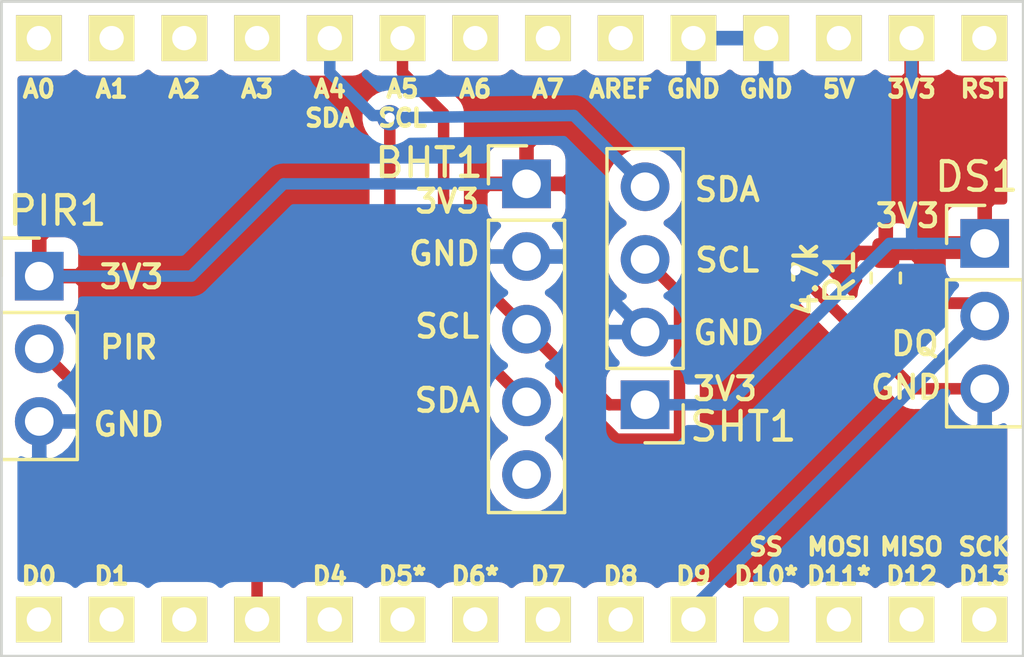
<source format=kicad_pcb>
(kicad_pcb (version 20171130) (host pcbnew 5.1.5)

  (general
    (thickness 1.6)
    (drawings 19)
    (tracks 62)
    (zones 0)
    (modules 6)
    (nets 29)
  )

  (page A4)
  (layers
    (0 F.Cu signal hide)
    (31 B.Cu signal hide)
    (32 B.Adhes user)
    (33 F.Adhes user)
    (34 B.Paste user)
    (35 F.Paste user)
    (36 B.SilkS user)
    (37 F.SilkS user)
    (38 B.Mask user)
    (39 F.Mask user)
    (40 Dwgs.User user)
    (41 Cmts.User user)
    (42 Eco1.User user)
    (43 Eco2.User user)
    (44 Edge.Cuts user)
  )

  (setup
    (last_trace_width 0.4)
    (user_trace_width 6)
    (trace_clearance 0.1524)
    (zone_clearance 0.508)
    (zone_45_only no)
    (trace_min 0.1524)
    (via_size 0.889)
    (via_drill 0.35)
    (via_min_size 0.6)
    (via_min_drill 0.35)
    (uvia_size 0.508)
    (uvia_drill 0.127)
    (uvias_allowed no)
    (uvia_min_size 0.508)
    (uvia_min_drill 0.127)
    (edge_width 0.1)
    (segment_width 0.2)
    (pcb_text_width 0.3)
    (pcb_text_size 1.5 1.5)
    (mod_edge_width 0.05)
    (mod_text_size 1 1)
    (mod_text_width 0.15)
    (pad_size 1.524 1.524)
    (pad_drill 0.762)
    (pad_to_mask_clearance 0)
    (aux_axis_origin 0 0)
    (visible_elements FFFFFF7F)
    (pcbplotparams
      (layerselection 0x010fc_ffffffff)
      (usegerberextensions false)
      (usegerberattributes false)
      (usegerberadvancedattributes false)
      (creategerberjobfile false)
      (excludeedgelayer true)
      (linewidth 0.100000)
      (plotframeref false)
      (viasonmask false)
      (mode 1)
      (useauxorigin false)
      (hpglpennumber 1)
      (hpglpenspeed 20)
      (hpglpendiameter 15.000000)
      (psnegative false)
      (psa4output false)
      (plotreference true)
      (plotvalue true)
      (plotinvisibletext false)
      (padsonsilk false)
      (subtractmaskfromsilk false)
      (outputformat 1)
      (mirror false)
      (drillshape 1)
      (scaleselection 1)
      (outputdirectory ""))
  )

  (net 0 "")
  (net 1 3V3)
  (net 2 GND)
  (net 3 /SCL)
  (net 4 /SDA)
  (net 5 /DS)
  (net 6 /PIR)
  (net 7 "Net-(U3-Pad1)")
  (net 8 "Net-(U3-Pad2)")
  (net 9 "Net-(U3-Pad3)")
  (net 10 "Net-(U3-Pad5)")
  (net 11 "Net-(U3-Pad6)")
  (net 12 "Net-(U3-Pad7)")
  (net 13 "Net-(U3-Pad8)")
  (net 14 "Net-(U3-Pad9)")
  (net 15 "Net-(U3-Pad11)")
  (net 16 "Net-(U3-Pad12)")
  (net 17 "Net-(U3-Pad13)")
  (net 18 "Net-(U3-Pad14)")
  (net 19 "Net-(U3-Pad15)")
  (net 20 "Net-(U3-Pad16)")
  (net 21 "Net-(U3-Pad17)")
  (net 22 "Net-(U3-Pad18)")
  (net 23 "Net-(U3-Pad21)")
  (net 24 "Net-(U3-Pad22)")
  (net 25 "Net-(U3-Pad23)")
  (net 26 +5V)
  (net 27 "Net-(U3-Pad28)")
  (net 28 "Net-(BHT1-Pad5)")

  (net_class Default "This is the default net class."
    (clearance 0.1524)
    (trace_width 0.4)
    (via_dia 0.889)
    (via_drill 0.35)
    (uvia_dia 0.508)
    (uvia_drill 0.127)
    (add_net +5V)
    (add_net /DS)
    (add_net /PIR)
    (add_net /SCL)
    (add_net /SDA)
    (add_net 3V3)
    (add_net GND)
    (add_net "Net-(BHT1-Pad5)")
    (add_net "Net-(U3-Pad1)")
    (add_net "Net-(U3-Pad11)")
    (add_net "Net-(U3-Pad12)")
    (add_net "Net-(U3-Pad13)")
    (add_net "Net-(U3-Pad14)")
    (add_net "Net-(U3-Pad15)")
    (add_net "Net-(U3-Pad16)")
    (add_net "Net-(U3-Pad17)")
    (add_net "Net-(U3-Pad18)")
    (add_net "Net-(U3-Pad2)")
    (add_net "Net-(U3-Pad21)")
    (add_net "Net-(U3-Pad22)")
    (add_net "Net-(U3-Pad23)")
    (add_net "Net-(U3-Pad28)")
    (add_net "Net-(U3-Pad3)")
    (add_net "Net-(U3-Pad5)")
    (add_net "Net-(U3-Pad6)")
    (add_net "Net-(U3-Pad7)")
    (add_net "Net-(U3-Pad8)")
    (add_net "Net-(U3-Pad9)")
  )

  (module Connector_PinHeader_2.54mm:PinHeader_1x05_P2.54mm_Vertical (layer F.Cu) (tedit 59FED5CC) (tstamp 5DE94B98)
    (at 129.5654 76.8858)
    (descr "Through hole straight pin header, 1x05, 2.54mm pitch, single row")
    (tags "Through hole pin header THT 1x05 2.54mm single row")
    (path /5DEAA558)
    (fp_text reference BHT1 (at -3.4036 -0.7366) (layer F.SilkS)
      (effects (font (size 1 1) (thickness 0.15)))
    )
    (fp_text value BH1750/TSL2561 (at 0 12.49) (layer F.Fab)
      (effects (font (size 1 1) (thickness 0.15)))
    )
    (fp_line (start -0.635 -1.27) (end 1.27 -1.27) (layer F.Fab) (width 0.1))
    (fp_line (start 1.27 -1.27) (end 1.27 11.43) (layer F.Fab) (width 0.1))
    (fp_line (start 1.27 11.43) (end -1.27 11.43) (layer F.Fab) (width 0.1))
    (fp_line (start -1.27 11.43) (end -1.27 -0.635) (layer F.Fab) (width 0.1))
    (fp_line (start -1.27 -0.635) (end -0.635 -1.27) (layer F.Fab) (width 0.1))
    (fp_line (start -1.33 11.49) (end 1.33 11.49) (layer F.SilkS) (width 0.12))
    (fp_line (start -1.33 1.27) (end -1.33 11.49) (layer F.SilkS) (width 0.12))
    (fp_line (start 1.33 1.27) (end 1.33 11.49) (layer F.SilkS) (width 0.12))
    (fp_line (start -1.33 1.27) (end 1.33 1.27) (layer F.SilkS) (width 0.12))
    (fp_line (start -1.33 0) (end -1.33 -1.33) (layer F.SilkS) (width 0.12))
    (fp_line (start -1.33 -1.33) (end 0 -1.33) (layer F.SilkS) (width 0.12))
    (fp_line (start -1.8 -1.8) (end -1.8 11.95) (layer F.CrtYd) (width 0.05))
    (fp_line (start -1.8 11.95) (end 1.8 11.95) (layer F.CrtYd) (width 0.05))
    (fp_line (start 1.8 11.95) (end 1.8 -1.8) (layer F.CrtYd) (width 0.05))
    (fp_line (start 1.8 -1.8) (end -1.8 -1.8) (layer F.CrtYd) (width 0.05))
    (fp_text user %R (at 0 5.08 90) (layer F.Fab)
      (effects (font (size 1 1) (thickness 0.15)))
    )
    (pad 1 thru_hole rect (at 0 0) (size 1.7 1.7) (drill 1) (layers *.Cu *.Mask)
      (net 1 3V3))
    (pad 2 thru_hole oval (at 0 2.54) (size 1.7 1.7) (drill 1) (layers *.Cu *.Mask)
      (net 2 GND))
    (pad 3 thru_hole oval (at 0 5.08) (size 1.7 1.7) (drill 1) (layers *.Cu *.Mask)
      (net 3 /SCL))
    (pad 4 thru_hole oval (at 0 7.62) (size 1.7 1.7) (drill 1) (layers *.Cu *.Mask)
      (net 4 /SDA))
    (pad 5 thru_hole oval (at 0 10.16) (size 1.7 1.7) (drill 1) (layers *.Cu *.Mask)
      (net 28 "Net-(BHT1-Pad5)"))
    (model ${KISYS3DMOD}/Connector_PinHeader_2.54mm.3dshapes/PinHeader_1x05_P2.54mm_Vertical.wrl
      (at (xyz 0 0 0))
      (scale (xyz 1 1 1))
      (rotate (xyz 0 0 0))
    )
  )

  (module Connector_PinHeader_2.54mm:PinHeader_1x04_P2.54mm_Vertical (layer F.Cu) (tedit 59FED5CC) (tstamp 5DE94863)
    (at 133.7056 84.6074 180)
    (descr "Through hole straight pin header, 1x04, 2.54mm pitch, single row")
    (tags "Through hole pin header THT 1x04 2.54mm single row")
    (path /5DEAF8A6)
    (fp_text reference SHT1 (at -3.429 -0.762) (layer F.SilkS)
      (effects (font (size 1 1) (thickness 0.15)))
    )
    (fp_text value SHT21/BME280 (at 0 9.95) (layer F.Fab)
      (effects (font (size 1 1) (thickness 0.15)))
    )
    (fp_line (start -0.635 -1.27) (end 1.27 -1.27) (layer F.Fab) (width 0.1))
    (fp_line (start 1.27 -1.27) (end 1.27 8.89) (layer F.Fab) (width 0.1))
    (fp_line (start 1.27 8.89) (end -1.27 8.89) (layer F.Fab) (width 0.1))
    (fp_line (start -1.27 8.89) (end -1.27 -0.635) (layer F.Fab) (width 0.1))
    (fp_line (start -1.27 -0.635) (end -0.635 -1.27) (layer F.Fab) (width 0.1))
    (fp_line (start -1.33 8.95) (end 1.33 8.95) (layer F.SilkS) (width 0.12))
    (fp_line (start -1.33 1.27) (end -1.33 8.95) (layer F.SilkS) (width 0.12))
    (fp_line (start 1.33 1.27) (end 1.33 8.95) (layer F.SilkS) (width 0.12))
    (fp_line (start -1.33 1.27) (end 1.33 1.27) (layer F.SilkS) (width 0.12))
    (fp_line (start -1.33 0) (end -1.33 -1.33) (layer F.SilkS) (width 0.12))
    (fp_line (start -1.33 -1.33) (end 0 -1.33) (layer F.SilkS) (width 0.12))
    (fp_line (start -1.8 -1.8) (end -1.8 9.4) (layer F.CrtYd) (width 0.05))
    (fp_line (start -1.8 9.4) (end 1.8 9.4) (layer F.CrtYd) (width 0.05))
    (fp_line (start 1.8 9.4) (end 1.8 -1.8) (layer F.CrtYd) (width 0.05))
    (fp_line (start 1.8 -1.8) (end -1.8 -1.8) (layer F.CrtYd) (width 0.05))
    (fp_text user %R (at 0 3.81 90) (layer F.Fab)
      (effects (font (size 1 1) (thickness 0.15)))
    )
    (pad 1 thru_hole rect (at 0 0 180) (size 1.7 1.7) (drill 1) (layers *.Cu *.Mask)
      (net 1 3V3))
    (pad 2 thru_hole oval (at 0 2.54 180) (size 1.7 1.7) (drill 1) (layers *.Cu *.Mask)
      (net 2 GND))
    (pad 3 thru_hole oval (at 0 5.08 180) (size 1.7 1.7) (drill 1) (layers *.Cu *.Mask)
      (net 3 /SCL))
    (pad 4 thru_hole oval (at 0 7.62 180) (size 1.7 1.7) (drill 1) (layers *.Cu *.Mask)
      (net 4 /SDA))
    (model ${KISYS3DMOD}/Connector_PinHeader_2.54mm.3dshapes/PinHeader_1x04_P2.54mm_Vertical.wrl
      (at (xyz 0 0 0))
      (scale (xyz 1 1 1))
      (rotate (xyz 0 0 0))
    )
  )

  (module Connector_PinHeader_2.54mm:PinHeader_1x03_P2.54mm_Vertical (layer F.Cu) (tedit 59FED5CC) (tstamp 5DE94F36)
    (at 145.5674 78.9686)
    (descr "Through hole straight pin header, 1x03, 2.54mm pitch, single row")
    (tags "Through hole pin header THT 1x03 2.54mm single row")
    (path /5DEB342A)
    (fp_text reference DS1 (at -0.2794 -2.33) (layer F.SilkS)
      (effects (font (size 1 1) (thickness 0.15)))
    )
    (fp_text value DS18B20 (at 0 7.41) (layer F.Fab)
      (effects (font (size 1 1) (thickness 0.15)))
    )
    (fp_text user %R (at 0 2.54 90) (layer F.Fab)
      (effects (font (size 1 1) (thickness 0.15)))
    )
    (fp_line (start 1.8 -1.8) (end -1.8 -1.8) (layer F.CrtYd) (width 0.05))
    (fp_line (start 1.8 6.85) (end 1.8 -1.8) (layer F.CrtYd) (width 0.05))
    (fp_line (start -1.8 6.85) (end 1.8 6.85) (layer F.CrtYd) (width 0.05))
    (fp_line (start -1.8 -1.8) (end -1.8 6.85) (layer F.CrtYd) (width 0.05))
    (fp_line (start -1.33 -1.33) (end 0 -1.33) (layer F.SilkS) (width 0.12))
    (fp_line (start -1.33 0) (end -1.33 -1.33) (layer F.SilkS) (width 0.12))
    (fp_line (start -1.33 1.27) (end 1.33 1.27) (layer F.SilkS) (width 0.12))
    (fp_line (start 1.33 1.27) (end 1.33 6.41) (layer F.SilkS) (width 0.12))
    (fp_line (start -1.33 1.27) (end -1.33 6.41) (layer F.SilkS) (width 0.12))
    (fp_line (start -1.33 6.41) (end 1.33 6.41) (layer F.SilkS) (width 0.12))
    (fp_line (start -1.27 -0.635) (end -0.635 -1.27) (layer F.Fab) (width 0.1))
    (fp_line (start -1.27 6.35) (end -1.27 -0.635) (layer F.Fab) (width 0.1))
    (fp_line (start 1.27 6.35) (end -1.27 6.35) (layer F.Fab) (width 0.1))
    (fp_line (start 1.27 -1.27) (end 1.27 6.35) (layer F.Fab) (width 0.1))
    (fp_line (start -0.635 -1.27) (end 1.27 -1.27) (layer F.Fab) (width 0.1))
    (pad 3 thru_hole oval (at 0 5.08) (size 1.7 1.7) (drill 1) (layers *.Cu *.Mask)
      (net 2 GND))
    (pad 2 thru_hole oval (at 0 2.54) (size 1.7 1.7) (drill 1) (layers *.Cu *.Mask)
      (net 5 /DS))
    (pad 1 thru_hole rect (at 0 0) (size 1.7 1.7) (drill 1) (layers *.Cu *.Mask)
      (net 1 3V3))
    (model ${KISYS3DMOD}/Connector_PinHeader_2.54mm.3dshapes/PinHeader_1x03_P2.54mm_Vertical.wrl
      (at (xyz 0 0 0))
      (scale (xyz 1 1 1))
      (rotate (xyz 0 0 0))
    )
  )

  (module Connector_PinHeader_2.54mm:PinHeader_1x03_P2.54mm_Vertical (layer F.Cu) (tedit 59FED5CC) (tstamp 5DE94891)
    (at 112.5474 80.1116)
    (descr "Through hole straight pin header, 1x03, 2.54mm pitch, single row")
    (tags "Through hole pin header THT 1x03 2.54mm single row")
    (path /5453E551)
    (fp_text reference PIR1 (at 0.635 -2.286) (layer F.SilkS)
      (effects (font (size 1 1) (thickness 0.15)))
    )
    (fp_text value PIR (at 0 7.41) (layer F.Fab)
      (effects (font (size 1 1) (thickness 0.15)))
    )
    (fp_line (start -0.635 -1.27) (end 1.27 -1.27) (layer F.Fab) (width 0.1))
    (fp_line (start 1.27 -1.27) (end 1.27 6.35) (layer F.Fab) (width 0.1))
    (fp_line (start 1.27 6.35) (end -1.27 6.35) (layer F.Fab) (width 0.1))
    (fp_line (start -1.27 6.35) (end -1.27 -0.635) (layer F.Fab) (width 0.1))
    (fp_line (start -1.27 -0.635) (end -0.635 -1.27) (layer F.Fab) (width 0.1))
    (fp_line (start -1.33 6.41) (end 1.33 6.41) (layer F.SilkS) (width 0.12))
    (fp_line (start -1.33 1.27) (end -1.33 6.41) (layer F.SilkS) (width 0.12))
    (fp_line (start 1.33 1.27) (end 1.33 6.41) (layer F.SilkS) (width 0.12))
    (fp_line (start -1.33 1.27) (end 1.33 1.27) (layer F.SilkS) (width 0.12))
    (fp_line (start -1.33 0) (end -1.33 -1.33) (layer F.SilkS) (width 0.12))
    (fp_line (start -1.33 -1.33) (end 0 -1.33) (layer F.SilkS) (width 0.12))
    (fp_line (start -1.8 -1.8) (end -1.8 6.85) (layer F.CrtYd) (width 0.05))
    (fp_line (start -1.8 6.85) (end 1.8 6.85) (layer F.CrtYd) (width 0.05))
    (fp_line (start 1.8 6.85) (end 1.8 -1.8) (layer F.CrtYd) (width 0.05))
    (fp_line (start 1.8 -1.8) (end -1.8 -1.8) (layer F.CrtYd) (width 0.05))
    (fp_text user %R (at 0 2.54 90) (layer F.Fab)
      (effects (font (size 1 1) (thickness 0.15)))
    )
    (pad 1 thru_hole rect (at 0 0) (size 1.7 1.7) (drill 1) (layers *.Cu *.Mask)
      (net 1 3V3))
    (pad 2 thru_hole oval (at 0 2.54) (size 1.7 1.7) (drill 1) (layers *.Cu *.Mask)
      (net 6 /PIR))
    (pad 3 thru_hole oval (at 0 5.08) (size 1.7 1.7) (drill 1) (layers *.Cu *.Mask)
      (net 2 GND))
    (model ${KISYS3DMOD}/Connector_PinHeader_2.54mm.3dshapes/PinHeader_1x03_P2.54mm_Vertical.wrl
      (at (xyz 0 0 0))
      (scale (xyz 1 1 1))
      (rotate (xyz 0 0 0))
    )
  )

  (module mylib:TINY328_CONN (layer F.Cu) (tedit 5537E2DA) (tstamp 5DE958FF)
    (at 129.0446 81.953)
    (path /5454C609)
    (fp_text reference U3 (at 0 -2.54) (layer F.SilkS) hide
      (effects (font (size 1 1) (thickness 0.15)))
    )
    (fp_text value TINY328 (at 0 0) (layer F.SilkS) hide
      (effects (font (size 1 1) (thickness 0.15)))
    )
    (fp_text user SCL (at -3.81 -7.366) (layer F.SilkS)
      (effects (font (size 0.6 0.6) (thickness 0.15)))
    )
    (fp_text user SDA (at -6.35 -7.366) (layer F.SilkS)
      (effects (font (size 0.6 0.6) (thickness 0.15)))
    )
    (fp_text user INT1 (at -8.89 7.62) (layer F.SilkS) hide
      (effects (font (size 0.6 0.6) (thickness 0.15)))
    )
    (fp_text user INT0 (at -11.43 7.62) (layer F.SilkS) hide
      (effects (font (size 0.6 0.6) (thickness 0.15)))
    )
    (fp_text user SCK (at 16.51 7.62) (layer F.SilkS)
      (effects (font (size 0.6 0.6) (thickness 0.15)))
    )
    (fp_text user MISO (at 13.97 7.62) (layer F.SilkS)
      (effects (font (size 0.6 0.6) (thickness 0.15)))
    )
    (fp_text user MOSI (at 11.43 7.62) (layer F.SilkS)
      (effects (font (size 0.6 0.6) (thickness 0.15)))
    )
    (fp_text user SS (at 8.89 7.62) (layer F.SilkS)
      (effects (font (size 0.6 0.6) (thickness 0.15)))
    )
    (fp_text user RST (at 16.51 -8.382) (layer F.SilkS)
      (effects (font (size 0.6 0.6) (thickness 0.15)))
    )
    (fp_text user 3V3 (at 13.97 -8.382) (layer F.SilkS)
      (effects (font (size 0.6 0.6) (thickness 0.15)))
    )
    (fp_text user 5V (at 11.43 -8.382) (layer F.SilkS)
      (effects (font (size 0.6 0.6) (thickness 0.15)))
    )
    (fp_text user GND (at 8.89 -8.382) (layer F.SilkS)
      (effects (font (size 0.6 0.6) (thickness 0.15)))
    )
    (fp_text user GND (at 6.35 -8.382) (layer F.SilkS)
      (effects (font (size 0.6 0.6) (thickness 0.15)))
    )
    (fp_text user AREF (at 3.81 -8.382) (layer F.SilkS)
      (effects (font (size 0.6 0.6) (thickness 0.15)))
    )
    (fp_text user A7 (at 1.27 -8.382) (layer F.SilkS)
      (effects (font (size 0.6 0.6) (thickness 0.15)))
    )
    (fp_text user A6 (at -1.27 -8.382) (layer F.SilkS)
      (effects (font (size 0.6 0.6) (thickness 0.15)))
    )
    (fp_text user A5 (at -3.81 -8.382) (layer F.SilkS)
      (effects (font (size 0.6 0.6) (thickness 0.15)))
    )
    (fp_text user A4 (at -6.35 -8.382) (layer F.SilkS)
      (effects (font (size 0.6 0.6) (thickness 0.15)))
    )
    (fp_text user A3 (at -8.89 -8.382) (layer F.SilkS)
      (effects (font (size 0.6 0.6) (thickness 0.15)))
    )
    (fp_text user A2 (at -11.43 -8.382) (layer F.SilkS)
      (effects (font (size 0.6 0.6) (thickness 0.15)))
    )
    (fp_text user A1 (at -13.97 -8.382) (layer F.SilkS)
      (effects (font (size 0.6 0.6) (thickness 0.15)))
    )
    (fp_text user A0 (at -16.51 -8.382) (layer F.SilkS)
      (effects (font (size 0.6 0.6) (thickness 0.15)))
    )
    (fp_text user D13 (at 16.51 8.636) (layer F.SilkS)
      (effects (font (size 0.6 0.6) (thickness 0.15)))
    )
    (fp_text user D12 (at 13.97 8.636) (layer F.SilkS)
      (effects (font (size 0.6 0.6) (thickness 0.15)))
    )
    (fp_text user D11* (at 11.43 8.636) (layer F.SilkS)
      (effects (font (size 0.6 0.6) (thickness 0.15)))
    )
    (fp_text user D10* (at 8.89 8.636) (layer F.SilkS)
      (effects (font (size 0.6 0.6) (thickness 0.15)))
    )
    (fp_text user D9 (at 6.35 8.636) (layer F.SilkS)
      (effects (font (size 0.6 0.6) (thickness 0.15)))
    )
    (fp_text user D8 (at 3.81 8.636) (layer F.SilkS)
      (effects (font (size 0.6 0.6) (thickness 0.15)))
    )
    (fp_text user D7 (at 1.27 8.636) (layer F.SilkS)
      (effects (font (size 0.6 0.6) (thickness 0.15)))
    )
    (fp_text user D6* (at -1.27 8.636) (layer F.SilkS)
      (effects (font (size 0.6 0.6) (thickness 0.15)))
    )
    (fp_text user D5* (at -3.81 8.636) (layer F.SilkS)
      (effects (font (size 0.6 0.6) (thickness 0.15)))
    )
    (fp_text user D4 (at -6.35 8.636) (layer F.SilkS)
      (effects (font (size 0.6 0.6) (thickness 0.15)))
    )
    (fp_text user D3* (at -8.89 8.636) (layer F.SilkS) hide
      (effects (font (size 0.6 0.6) (thickness 0.15)))
    )
    (fp_text user D2 (at -11.43 8.636) (layer F.SilkS) hide
      (effects (font (size 0.6 0.6) (thickness 0.15)))
    )
    (fp_text user D1 (at -13.97 8.636) (layer F.SilkS)
      (effects (font (size 0.6 0.6) (thickness 0.15)))
    )
    (fp_text user D0 (at -16.51 8.636) (layer F.SilkS)
      (effects (font (size 0.6 0.6) (thickness 0.15)))
    )
    (pad 1 thru_hole rect (at -16.51 10.16) (size 1.6 1.6) (drill 0.85) (layers *.Cu *.Mask F.SilkS)
      (net 7 "Net-(U3-Pad1)"))
    (pad 2 thru_hole rect (at -13.97 10.16) (size 1.6 1.6) (drill 0.85) (layers *.Cu *.Mask F.SilkS)
      (net 8 "Net-(U3-Pad2)"))
    (pad 3 thru_hole rect (at -11.43 10.16) (size 1.6 1.6) (drill 0.85) (layers *.Cu *.Mask F.SilkS)
      (net 9 "Net-(U3-Pad3)"))
    (pad 4 thru_hole rect (at -8.89 10.16) (size 1.6 1.6) (drill 0.85) (layers *.Cu *.Mask F.SilkS)
      (net 6 /PIR))
    (pad 5 thru_hole rect (at -6.35 10.16) (size 1.6 1.6) (drill 0.85) (layers *.Cu *.Mask F.SilkS)
      (net 10 "Net-(U3-Pad5)"))
    (pad 6 thru_hole rect (at -3.81 10.16) (size 1.6 1.6) (drill 0.85) (layers *.Cu *.Mask F.SilkS)
      (net 11 "Net-(U3-Pad6)"))
    (pad 7 thru_hole rect (at -1.27 10.16) (size 1.6 1.6) (drill 0.85) (layers *.Cu *.Mask F.SilkS)
      (net 12 "Net-(U3-Pad7)"))
    (pad 8 thru_hole rect (at 1.27 10.16) (size 1.6 1.6) (drill 0.85) (layers *.Cu *.Mask F.SilkS)
      (net 13 "Net-(U3-Pad8)"))
    (pad 9 thru_hole rect (at 3.81 10.16) (size 1.6 1.6) (drill 0.85) (layers *.Cu *.Mask F.SilkS)
      (net 14 "Net-(U3-Pad9)"))
    (pad 10 thru_hole rect (at 6.35 10.16) (size 1.6 1.6) (drill 0.85) (layers *.Cu *.Mask F.SilkS)
      (net 5 /DS))
    (pad 11 thru_hole rect (at 8.89 10.16) (size 1.6 1.6) (drill 0.85) (layers *.Cu *.Mask F.SilkS)
      (net 15 "Net-(U3-Pad11)"))
    (pad 12 thru_hole rect (at 11.43 10.16) (size 1.6 1.6) (drill 0.85) (layers *.Cu *.Mask F.SilkS)
      (net 16 "Net-(U3-Pad12)"))
    (pad 13 thru_hole rect (at 13.97 10.16) (size 1.6 1.6) (drill 0.85) (layers *.Cu *.Mask F.SilkS)
      (net 17 "Net-(U3-Pad13)"))
    (pad 14 thru_hole rect (at 16.51 10.16) (size 1.6 1.6) (drill 0.85) (layers *.Cu *.Mask F.SilkS)
      (net 18 "Net-(U3-Pad14)"))
    (pad 15 thru_hole rect (at -16.51 -10.16) (size 1.6 1.6) (drill 0.85) (layers *.Cu *.Mask F.SilkS)
      (net 19 "Net-(U3-Pad15)"))
    (pad 16 thru_hole rect (at -13.97 -10.16) (size 1.6 1.6) (drill 0.85) (layers *.Cu *.Mask F.SilkS)
      (net 20 "Net-(U3-Pad16)"))
    (pad 17 thru_hole rect (at -11.43 -10.16) (size 1.6 1.6) (drill 0.85) (layers *.Cu *.Mask F.SilkS)
      (net 21 "Net-(U3-Pad17)"))
    (pad 18 thru_hole rect (at -8.89 -10.16) (size 1.6 1.6) (drill 0.85) (layers *.Cu *.Mask F.SilkS)
      (net 22 "Net-(U3-Pad18)"))
    (pad 19 thru_hole rect (at -6.35 -10.16) (size 1.6 1.6) (drill 0.85) (layers *.Cu *.Mask F.SilkS)
      (net 4 /SDA))
    (pad 20 thru_hole rect (at -3.81 -10.16) (size 1.6 1.6) (drill 0.85) (layers *.Cu *.Mask F.SilkS)
      (net 3 /SCL))
    (pad 21 thru_hole rect (at -1.27 -10.16) (size 1.6 1.6) (drill 0.85) (layers *.Cu *.Mask F.SilkS)
      (net 23 "Net-(U3-Pad21)"))
    (pad 22 thru_hole rect (at 1.27 -10.16) (size 1.6 1.6) (drill 0.85) (layers *.Cu *.Mask F.SilkS)
      (net 24 "Net-(U3-Pad22)"))
    (pad 23 thru_hole rect (at 3.81 -10.16) (size 1.6 1.6) (drill 0.85) (layers *.Cu *.Mask F.SilkS)
      (net 25 "Net-(U3-Pad23)"))
    (pad 24 thru_hole rect (at 6.35 -10.16) (size 1.6 1.6) (drill 0.85) (layers *.Cu *.Mask F.SilkS)
      (net 2 GND))
    (pad 25 thru_hole rect (at 8.89 -10.16) (size 1.6 1.6) (drill 0.85) (layers *.Cu *.Mask F.SilkS)
      (net 2 GND))
    (pad 26 thru_hole rect (at 11.43 -10.16) (size 1.6 1.6) (drill 0.85) (layers *.Cu *.Mask F.SilkS)
      (net 26 +5V))
    (pad 27 thru_hole rect (at 13.97 -10.16) (size 1.6 1.6) (drill 0.85) (layers *.Cu *.Mask F.SilkS)
      (net 1 3V3))
    (pad 28 thru_hole rect (at 16.51 -10.16) (size 1.6 1.6) (drill 0.85) (layers *.Cu *.Mask F.SilkS)
      (net 27 "Net-(U3-Pad28)"))
  )

  (module Resistor_SMD:R_0603_1608Metric_Pad1.05x0.95mm_HandSolder (layer F.Cu) (tedit 5B301BBD) (tstamp 5DE95570)
    (at 142.113 80.1764 270)
    (descr "Resistor SMD 0603 (1608 Metric), square (rectangular) end terminal, IPC_7351 nominal with elongated pad for handsoldering. (Body size source: http://www.tortai-tech.com/upload/download/2011102023233369053.pdf), generated with kicad-footprint-generator")
    (tags "resistor handsolder")
    (path /5DE97779)
    (attr smd)
    (fp_text reference R1 (at -0.0508 1.6002 90) (layer F.SilkS)
      (effects (font (size 1 1) (thickness 0.15)))
    )
    (fp_text value 4.7k (at 0 1.43 90) (layer F.Fab)
      (effects (font (size 1 1) (thickness 0.15)))
    )
    (fp_line (start -0.8 0.4) (end -0.8 -0.4) (layer F.Fab) (width 0.1))
    (fp_line (start -0.8 -0.4) (end 0.8 -0.4) (layer F.Fab) (width 0.1))
    (fp_line (start 0.8 -0.4) (end 0.8 0.4) (layer F.Fab) (width 0.1))
    (fp_line (start 0.8 0.4) (end -0.8 0.4) (layer F.Fab) (width 0.1))
    (fp_line (start -0.171267 -0.51) (end 0.171267 -0.51) (layer F.SilkS) (width 0.12))
    (fp_line (start -0.171267 0.51) (end 0.171267 0.51) (layer F.SilkS) (width 0.12))
    (fp_line (start -1.65 0.73) (end -1.65 -0.73) (layer F.CrtYd) (width 0.05))
    (fp_line (start -1.65 -0.73) (end 1.65 -0.73) (layer F.CrtYd) (width 0.05))
    (fp_line (start 1.65 -0.73) (end 1.65 0.73) (layer F.CrtYd) (width 0.05))
    (fp_line (start 1.65 0.73) (end -1.65 0.73) (layer F.CrtYd) (width 0.05))
    (fp_text user %R (at 0 0 90) (layer F.Fab)
      (effects (font (size 0.4 0.4) (thickness 0.06)))
    )
    (pad 1 smd roundrect (at -0.875 0 270) (size 1.05 0.95) (layers F.Cu F.Paste F.Mask) (roundrect_rratio 0.25)
      (net 1 3V3))
    (pad 2 smd roundrect (at 0.875 0 270) (size 1.05 0.95) (layers F.Cu F.Paste F.Mask) (roundrect_rratio 0.25)
      (net 5 /DS))
    (model ${KISYS3DMOD}/Resistor_SMD.3dshapes/R_0603_1608Metric.wrl
      (at (xyz 0 0 0))
      (scale (xyz 1 1 1))
      (rotate (xyz 0 0 0))
    )
  )

  (gr_text DQ (at 143.129 82.4738) (layer F.SilkS) (tstamp 5DE95832)
    (effects (font (size 0.8 0.8) (thickness 0.15)))
  )
  (gr_text SDA (at 126.7968 84.455) (layer F.SilkS) (tstamp 5DE9574E)
    (effects (font (size 0.8 0.8) (thickness 0.15)))
  )
  (gr_text SDA (at 136.5758 77.089) (layer F.SilkS) (tstamp 5DE9574B)
    (effects (font (size 0.8 0.8) (thickness 0.15)))
  )
  (gr_text SCL (at 136.5758 79.5528) (layer F.SilkS) (tstamp 5DE95749)
    (effects (font (size 0.8 0.8) (thickness 0.15)))
  )
  (gr_text SCL (at 126.7968 81.8642) (layer F.SilkS) (tstamp 5DE95746)
    (effects (font (size 0.8 0.8) (thickness 0.15)))
  )
  (gr_text PIR (at 115.6716 82.6008) (layer F.SilkS) (tstamp 5DE95743)
    (effects (font (size 0.8 0.8) (thickness 0.15)))
  )
  (gr_text GND (at 115.6716 85.2932) (layer F.SilkS) (tstamp 5DE95741)
    (effects (font (size 0.8 0.8) (thickness 0.15)))
  )
  (gr_text GND (at 126.6952 79.3242) (layer F.SilkS) (tstamp 5DE9573F)
    (effects (font (size 0.8 0.8) (thickness 0.15)))
  )
  (gr_text GND (at 136.6266 82.0928) (layer F.SilkS) (tstamp 5DE9573D)
    (effects (font (size 0.8 0.8) (thickness 0.15)))
  )
  (gr_text GND (at 142.8242 83.9978) (layer F.SilkS) (tstamp 5DE9573A)
    (effects (font (size 0.8 0.8) (thickness 0.15)))
  )
  (gr_text 3V3 (at 142.875 78.0034) (layer F.SilkS) (tstamp 5DE95738)
    (effects (font (size 0.8 0.8) (thickness 0.15)))
  )
  (gr_text 4.7k (at 139.319 80.2132 90) (layer F.SilkS) (tstamp 5DE956AB)
    (effects (font (size 0.8 0.8) (thickness 0.15)))
  )
  (gr_text 3V3 (at 136.4996 84.0486) (layer F.SilkS) (tstamp 5DE956A9)
    (effects (font (size 0.8 0.8) (thickness 0.15)))
  )
  (gr_text 3V3 (at 126.7968 77.4954) (layer F.SilkS) (tstamp 5DE956A7)
    (effects (font (size 0.8 0.8) (thickness 0.15)))
  )
  (gr_text 3V3 (at 115.7732 80.137) (layer F.SilkS)
    (effects (font (size 0.8 0.8) (thickness 0.15)))
  )
  (gr_line (start 111.2266 93.3958) (end 111.2266 70.5104) (layer Edge.Cuts) (width 0.1))
  (gr_line (start 146.9136 93.3958) (end 111.2266 93.3958) (layer Edge.Cuts) (width 0.1))
  (gr_line (start 146.9136 70.5104) (end 146.9136 93.3958) (layer Edge.Cuts) (width 0.1))
  (gr_line (start 111.2266 70.5104) (end 146.9136 70.5104) (layer Edge.Cuts) (width 0.1))

  (segment (start 112.5474 80.1116) (end 117.856 80.1116) (width 0.4) (layer B.Cu) (net 1))
  (segment (start 121.0818 76.8858) (end 129.5654 76.8858) (width 0.4) (layer B.Cu) (net 1))
  (segment (start 117.856 80.1116) (end 121.0818 76.8858) (width 0.4) (layer B.Cu) (net 1))
  (segment (start 130.8154 76.8858) (end 131.6736 77.744) (width 0.4) (layer F.Cu) (net 1))
  (segment (start 129.5654 76.8858) (end 130.8154 76.8858) (width 0.4) (layer F.Cu) (net 1))
  (segment (start 132.4556 84.6074) (end 133.7056 84.6074) (width 0.4) (layer F.Cu) (net 1))
  (segment (start 131.6736 83.8254) (end 132.4556 84.6074) (width 0.4) (layer F.Cu) (net 1))
  (segment (start 131.6736 77.744) (end 131.6736 83.8254) (width 0.4) (layer F.Cu) (net 1))
  (segment (start 133.7056 84.6074) (end 136.6012 84.6074) (width 0.4) (layer B.Cu) (net 1))
  (segment (start 136.6012 84.6074) (end 142.24 78.9686) (width 0.4) (layer B.Cu) (net 1))
  (segment (start 143.1544 78.9686) (end 143.0146 78.8288) (width 0.4) (layer B.Cu) (net 1))
  (segment (start 142.24 78.9686) (end 143.1544 78.9686) (width 0.4) (layer B.Cu) (net 1))
  (segment (start 143.0146 78.8288) (end 143.0146 71.793) (width 0.4) (layer B.Cu) (net 1))
  (segment (start 143.1544 78.9686) (end 145.5674 78.9686) (width 0.4) (layer B.Cu) (net 1))
  (segment (start 145.2232 79.3128) (end 145.5674 78.9686) (width 0.4) (layer F.Cu) (net 1))
  (segment (start 143.1036 79.3128) (end 145.2232 79.3128) (width 0.4) (layer F.Cu) (net 1))
  (segment (start 145.2346 79.3014) (end 145.5674 78.9686) (width 0.4) (layer F.Cu) (net 1))
  (segment (start 142.113 79.3014) (end 145.2346 79.3014) (width 0.4) (layer F.Cu) (net 1))
  (segment (start 112.5474 85.1916) (end 117.0686 85.1916) (width 0.4) (layer B.Cu) (net 2))
  (segment (start 122.8344 79.4258) (end 129.5654 79.4258) (width 0.4) (layer B.Cu) (net 2))
  (segment (start 117.0686 85.1916) (end 122.8344 79.4258) (width 0.4) (layer B.Cu) (net 2))
  (segment (start 131.064 79.4258) (end 133.7056 82.0674) (width 0.4) (layer B.Cu) (net 2))
  (segment (start 129.5654 79.4258) (end 131.064 79.4258) (width 0.4) (layer B.Cu) (net 2))
  (segment (start 135.3946 71.793) (end 137.9346 71.793) (width 0.4) (layer F.Cu) (net 2))
  (segment (start 137.9346 72.993) (end 137.9346 71.793) (width 0.4) (layer B.Cu) (net 2))
  (segment (start 137.9346 79.040481) (end 137.9346 72.993) (width 0.4) (layer B.Cu) (net 2))
  (segment (start 134.907681 82.0674) (end 137.9346 79.040481) (width 0.4) (layer B.Cu) (net 2))
  (segment (start 133.7056 82.0674) (end 134.907681 82.0674) (width 0.4) (layer B.Cu) (net 2))
  (via (at 138.9634 79.9084) (size 0.889) (drill 0.35) (layers F.Cu B.Cu) (net 2))
  (segment (start 137.9346 79.040481) (end 138.095481 79.040481) (width 0.4) (layer B.Cu) (net 2))
  (segment (start 138.095481 79.040481) (end 138.9634 79.9084) (width 0.4) (layer B.Cu) (net 2))
  (segment (start 143.1036 84.0486) (end 145.5674 84.0486) (width 0.4) (layer F.Cu) (net 2))
  (segment (start 138.9634 79.9084) (end 143.1036 84.0486) (width 0.4) (layer F.Cu) (net 2))
  (segment (start 125.2346 72.993) (end 126.6698 74.4282) (width 0.4) (layer F.Cu) (net 3))
  (segment (start 125.2346 71.793) (end 125.2346 72.993) (width 0.4) (layer F.Cu) (net 3))
  (segment (start 126.6698 79.0702) (end 129.5654 81.9658) (width 0.4) (layer F.Cu) (net 3))
  (segment (start 126.6698 74.4282) (end 126.6698 79.0702) (width 0.4) (layer F.Cu) (net 3))
  (segment (start 130.767801 83.168201) (end 130.767801 83.879401) (width 0.4) (layer F.Cu) (net 3))
  (segment (start 129.5654 81.9658) (end 130.767801 83.168201) (width 0.4) (layer F.Cu) (net 3))
  (segment (start 134.555599 80.377399) (end 133.7056 79.5274) (width 0.4) (layer F.Cu) (net 3))
  (segment (start 134.908001 80.729801) (end 134.555599 80.377399) (width 0.4) (layer F.Cu) (net 3))
  (segment (start 134.908001 85.739321) (end 134.908001 80.729801) (width 0.4) (layer F.Cu) (net 3))
  (segment (start 132.698201 85.809801) (end 134.837521 85.809801) (width 0.4) (layer F.Cu) (net 3))
  (segment (start 134.837521 85.809801) (end 134.908001 85.739321) (width 0.4) (layer F.Cu) (net 3))
  (segment (start 130.767801 83.879401) (end 132.698201 85.809801) (width 0.4) (layer F.Cu) (net 3))
  (segment (start 122.6946 72.993) (end 124.1998 74.4982) (width 0.4) (layer B.Cu) (net 4))
  (segment (start 122.6946 71.793) (end 122.6946 72.993) (width 0.4) (layer B.Cu) (net 4))
  (segment (start 131.2164 74.4982) (end 133.7056 76.9874) (width 0.4) (layer B.Cu) (net 4))
  (via (at 124.7902 74.5744) (size 0.889) (drill 0.35) (layers F.Cu B.Cu) (net 4))
  (segment (start 124.714 74.4982) (end 124.7902 74.5744) (width 0.4) (layer B.Cu) (net 4))
  (segment (start 124.7902 74.5744) (end 131.2164 74.4982) (width 0.4) (layer B.Cu) (net 4))
  (segment (start 124.1998 74.4982) (end 124.714 74.4982) (width 0.4) (layer B.Cu) (net 4))
  (segment (start 124.7902 79.7306) (end 129.5654 84.5058) (width 0.4) (layer F.Cu) (net 4))
  (segment (start 124.7902 74.5744) (end 124.7902 79.7306) (width 0.4) (layer F.Cu) (net 4))
  (segment (start 135.3946 91.6814) (end 135.3946 92.113) (width 0.4) (layer B.Cu) (net 5))
  (segment (start 145.5674 81.5086) (end 135.3946 91.6814) (width 0.4) (layer B.Cu) (net 5))
  (segment (start 145.1216 81.0628) (end 145.5674 81.5086) (width 0.4) (layer F.Cu) (net 5))
  (segment (start 143.1036 81.0628) (end 145.1216 81.0628) (width 0.4) (layer F.Cu) (net 5))
  (segment (start 145.1102 81.0514) (end 145.5674 81.5086) (width 0.4) (layer F.Cu) (net 5))
  (segment (start 142.113 81.0514) (end 145.1102 81.0514) (width 0.4) (layer F.Cu) (net 5))
  (segment (start 120.1546 90.2588) (end 120.1546 92.113) (width 0.4) (layer F.Cu) (net 6))
  (segment (start 112.5474 82.6516) (end 120.1546 90.2588) (width 0.4) (layer F.Cu) (net 6))

  (zone (net 2) (net_name GND) (layer B.Cu) (tstamp 5DE959EB) (hatch edge 0.508)
    (connect_pads (clearance 0.508))
    (min_thickness 0.254)
    (fill yes (arc_segments 32) (thermal_gap 0.508) (thermal_bridge_width 0.508))
    (polygon
      (pts
        (xy 146.4564 70.9168) (xy 146.6088 93.0656) (xy 111.5822 92.9894) (xy 111.633 70.8914)
      )
    )
    (filled_polygon
      (pts
        (xy 135.5216 71.666) (xy 137.8076 71.666) (xy 137.8076 71.646) (xy 138.0616 71.646) (xy 138.0616 71.666)
        (xy 138.0816 71.666) (xy 138.0816 71.92) (xy 138.0616 71.92) (xy 138.0616 73.06925) (xy 138.22035 73.228)
        (xy 138.7346 73.231072) (xy 138.859082 73.218812) (xy 138.97878 73.182502) (xy 139.089094 73.123537) (xy 139.185785 73.044185)
        (xy 139.2046 73.021259) (xy 139.223415 73.044185) (xy 139.320106 73.123537) (xy 139.43042 73.182502) (xy 139.550118 73.218812)
        (xy 139.6746 73.231072) (xy 141.2746 73.231072) (xy 141.399082 73.218812) (xy 141.51878 73.182502) (xy 141.629094 73.123537)
        (xy 141.725785 73.044185) (xy 141.7446 73.021259) (xy 141.763415 73.044185) (xy 141.860106 73.123537) (xy 141.97042 73.182502)
        (xy 142.090118 73.218812) (xy 142.179601 73.227625) (xy 142.1796 78.135509) (xy 142.076311 78.145682) (xy 141.918913 78.193428)
        (xy 141.773854 78.270964) (xy 141.646709 78.375309) (xy 141.620561 78.407171) (xy 136.255333 83.7724) (xy 135.193672 83.7724)
        (xy 135.193672 83.7574) (xy 135.181412 83.632918) (xy 135.145102 83.51322) (xy 135.086137 83.402906) (xy 135.006785 83.306215)
        (xy 134.910094 83.226863) (xy 134.79978 83.167898) (xy 134.719134 83.143434) (xy 134.803188 83.067669) (xy 134.977241 82.83432)
        (xy 135.102425 82.571499) (xy 135.147076 82.42429) (xy 135.025755 82.1944) (xy 133.8326 82.1944) (xy 133.8326 82.2144)
        (xy 133.5786 82.2144) (xy 133.5786 82.1944) (xy 132.385445 82.1944) (xy 132.264124 82.42429) (xy 132.308775 82.571499)
        (xy 132.433959 82.83432) (xy 132.608012 83.067669) (xy 132.692066 83.143434) (xy 132.61142 83.167898) (xy 132.501106 83.226863)
        (xy 132.404415 83.306215) (xy 132.325063 83.402906) (xy 132.266098 83.51322) (xy 132.229788 83.632918) (xy 132.217528 83.7574)
        (xy 132.217528 85.4574) (xy 132.229788 85.581882) (xy 132.266098 85.70158) (xy 132.325063 85.811894) (xy 132.404415 85.908585)
        (xy 132.501106 85.987937) (xy 132.61142 86.046902) (xy 132.731118 86.083212) (xy 132.8556 86.095472) (xy 134.5556 86.095472)
        (xy 134.680082 86.083212) (xy 134.79978 86.046902) (xy 134.910094 85.987937) (xy 135.006785 85.908585) (xy 135.086137 85.811894)
        (xy 135.145102 85.70158) (xy 135.181412 85.581882) (xy 135.193672 85.4574) (xy 135.193672 85.4424) (xy 136.560182 85.4424)
        (xy 136.6012 85.44644) (xy 136.642218 85.4424) (xy 136.642219 85.4424) (xy 136.764889 85.430318) (xy 136.922287 85.382572)
        (xy 137.067346 85.305036) (xy 137.194491 85.200691) (xy 137.220646 85.168821) (xy 142.585868 79.8036) (xy 143.113381 79.8036)
        (xy 143.154399 79.80764) (xy 143.195418 79.8036) (xy 144.079328 79.8036) (xy 144.079328 79.8186) (xy 144.091588 79.943082)
        (xy 144.127898 80.06278) (xy 144.186863 80.173094) (xy 144.266215 80.269785) (xy 144.362906 80.349137) (xy 144.47322 80.408102)
        (xy 144.54578 80.430113) (xy 144.413925 80.561968) (xy 144.25141 80.805189) (xy 144.139468 81.075442) (xy 144.0824 81.36234)
        (xy 144.0824 81.65486) (xy 144.108593 81.786538) (xy 135.220205 90.674928) (xy 134.5946 90.674928) (xy 134.470118 90.687188)
        (xy 134.35042 90.723498) (xy 134.240106 90.782463) (xy 134.143415 90.861815) (xy 134.1246 90.884741) (xy 134.105785 90.861815)
        (xy 134.009094 90.782463) (xy 133.89878 90.723498) (xy 133.779082 90.687188) (xy 133.6546 90.674928) (xy 132.0546 90.674928)
        (xy 131.930118 90.687188) (xy 131.81042 90.723498) (xy 131.700106 90.782463) (xy 131.603415 90.861815) (xy 131.5846 90.884741)
        (xy 131.565785 90.861815) (xy 131.469094 90.782463) (xy 131.35878 90.723498) (xy 131.239082 90.687188) (xy 131.1146 90.674928)
        (xy 129.5146 90.674928) (xy 129.390118 90.687188) (xy 129.27042 90.723498) (xy 129.160106 90.782463) (xy 129.063415 90.861815)
        (xy 129.0446 90.884741) (xy 129.025785 90.861815) (xy 128.929094 90.782463) (xy 128.81878 90.723498) (xy 128.699082 90.687188)
        (xy 128.5746 90.674928) (xy 126.9746 90.674928) (xy 126.850118 90.687188) (xy 126.73042 90.723498) (xy 126.620106 90.782463)
        (xy 126.523415 90.861815) (xy 126.5046 90.884741) (xy 126.485785 90.861815) (xy 126.389094 90.782463) (xy 126.27878 90.723498)
        (xy 126.159082 90.687188) (xy 126.0346 90.674928) (xy 124.4346 90.674928) (xy 124.310118 90.687188) (xy 124.19042 90.723498)
        (xy 124.080106 90.782463) (xy 123.983415 90.861815) (xy 123.9646 90.884741) (xy 123.945785 90.861815) (xy 123.849094 90.782463)
        (xy 123.73878 90.723498) (xy 123.619082 90.687188) (xy 123.4946 90.674928) (xy 121.8946 90.674928) (xy 121.770118 90.687188)
        (xy 121.65042 90.723498) (xy 121.540106 90.782463) (xy 121.443415 90.861815) (xy 121.4246 90.884741) (xy 121.405785 90.861815)
        (xy 121.309094 90.782463) (xy 121.19878 90.723498) (xy 121.079082 90.687188) (xy 120.9546 90.674928) (xy 119.3546 90.674928)
        (xy 119.230118 90.687188) (xy 119.11042 90.723498) (xy 119.000106 90.782463) (xy 118.903415 90.861815) (xy 118.8846 90.884741)
        (xy 118.865785 90.861815) (xy 118.769094 90.782463) (xy 118.65878 90.723498) (xy 118.539082 90.687188) (xy 118.4146 90.674928)
        (xy 116.8146 90.674928) (xy 116.690118 90.687188) (xy 116.57042 90.723498) (xy 116.460106 90.782463) (xy 116.363415 90.861815)
        (xy 116.3446 90.884741) (xy 116.325785 90.861815) (xy 116.229094 90.782463) (xy 116.11878 90.723498) (xy 115.999082 90.687188)
        (xy 115.8746 90.674928) (xy 114.2746 90.674928) (xy 114.150118 90.687188) (xy 114.03042 90.723498) (xy 113.920106 90.782463)
        (xy 113.823415 90.861815) (xy 113.8046 90.884741) (xy 113.785785 90.861815) (xy 113.689094 90.782463) (xy 113.57878 90.723498)
        (xy 113.459082 90.687188) (xy 113.3346 90.674928) (xy 111.9116 90.674928) (xy 111.9116 86.533048) (xy 111.916148 86.535757)
        (xy 112.190509 86.633081) (xy 112.4204 86.512414) (xy 112.4204 85.3186) (xy 112.6744 85.3186) (xy 112.6744 86.512414)
        (xy 112.904291 86.633081) (xy 113.178652 86.535757) (xy 113.428755 86.386778) (xy 113.644988 86.191869) (xy 113.819041 85.95852)
        (xy 113.944225 85.695699) (xy 113.988876 85.54849) (xy 113.867555 85.3186) (xy 112.6744 85.3186) (xy 112.4204 85.3186)
        (xy 112.4004 85.3186) (xy 112.4004 85.0646) (xy 112.4204 85.0646) (xy 112.4204 85.0446) (xy 112.6744 85.0446)
        (xy 112.6744 85.0646) (xy 113.867555 85.0646) (xy 113.988876 84.83471) (xy 113.944225 84.687501) (xy 113.819041 84.42468)
        (xy 113.644988 84.191331) (xy 113.428755 83.996422) (xy 113.311866 83.926795) (xy 113.494032 83.805075) (xy 113.700875 83.598232)
        (xy 113.86339 83.355011) (xy 113.975332 83.084758) (xy 114.0324 82.79786) (xy 114.0324 82.50534) (xy 113.975332 82.218442)
        (xy 113.86339 81.948189) (xy 113.77743 81.81954) (xy 128.0804 81.81954) (xy 128.0804 82.11206) (xy 128.137468 82.398958)
        (xy 128.24941 82.669211) (xy 128.411925 82.912432) (xy 128.618768 83.119275) (xy 128.79316 83.2358) (xy 128.618768 83.352325)
        (xy 128.411925 83.559168) (xy 128.24941 83.802389) (xy 128.137468 84.072642) (xy 128.0804 84.35954) (xy 128.0804 84.65206)
        (xy 128.137468 84.938958) (xy 128.24941 85.209211) (xy 128.411925 85.452432) (xy 128.618768 85.659275) (xy 128.79316 85.7758)
        (xy 128.618768 85.892325) (xy 128.411925 86.099168) (xy 128.24941 86.342389) (xy 128.137468 86.612642) (xy 128.0804 86.89954)
        (xy 128.0804 87.19206) (xy 128.137468 87.478958) (xy 128.24941 87.749211) (xy 128.411925 87.992432) (xy 128.618768 88.199275)
        (xy 128.861989 88.36179) (xy 129.132242 88.473732) (xy 129.41914 88.5308) (xy 129.71166 88.5308) (xy 129.998558 88.473732)
        (xy 130.268811 88.36179) (xy 130.512032 88.199275) (xy 130.718875 87.992432) (xy 130.88139 87.749211) (xy 130.993332 87.478958)
        (xy 131.0504 87.19206) (xy 131.0504 86.89954) (xy 130.993332 86.612642) (xy 130.88139 86.342389) (xy 130.718875 86.099168)
        (xy 130.512032 85.892325) (xy 130.33764 85.7758) (xy 130.512032 85.659275) (xy 130.718875 85.452432) (xy 130.88139 85.209211)
        (xy 130.993332 84.938958) (xy 131.0504 84.65206) (xy 131.0504 84.35954) (xy 130.993332 84.072642) (xy 130.88139 83.802389)
        (xy 130.718875 83.559168) (xy 130.512032 83.352325) (xy 130.33764 83.2358) (xy 130.512032 83.119275) (xy 130.718875 82.912432)
        (xy 130.88139 82.669211) (xy 130.993332 82.398958) (xy 131.0504 82.11206) (xy 131.0504 81.81954) (xy 130.993332 81.532642)
        (xy 130.88139 81.262389) (xy 130.718875 81.019168) (xy 130.512032 80.812325) (xy 130.329866 80.690605) (xy 130.446755 80.620978)
        (xy 130.662988 80.426069) (xy 130.837041 80.19272) (xy 130.962225 79.929899) (xy 131.006876 79.78269) (xy 130.885555 79.5528)
        (xy 129.6924 79.5528) (xy 129.6924 79.5728) (xy 129.4384 79.5728) (xy 129.4384 79.5528) (xy 128.245245 79.5528)
        (xy 128.123924 79.78269) (xy 128.168575 79.929899) (xy 128.293759 80.19272) (xy 128.467812 80.426069) (xy 128.684045 80.620978)
        (xy 128.800934 80.690605) (xy 128.618768 80.812325) (xy 128.411925 81.019168) (xy 128.24941 81.262389) (xy 128.137468 81.532642)
        (xy 128.0804 81.81954) (xy 113.77743 81.81954) (xy 113.700875 81.704968) (xy 113.56902 81.573113) (xy 113.64158 81.551102)
        (xy 113.751894 81.492137) (xy 113.848585 81.412785) (xy 113.927937 81.316094) (xy 113.986902 81.20578) (xy 114.023212 81.086082)
        (xy 114.035472 80.9616) (xy 114.035472 80.9466) (xy 117.814982 80.9466) (xy 117.856 80.95064) (xy 117.897018 80.9466)
        (xy 117.897019 80.9466) (xy 118.019689 80.934518) (xy 118.177087 80.886772) (xy 118.322146 80.809236) (xy 118.449291 80.704891)
        (xy 118.475446 80.673021) (xy 121.427668 77.7208) (xy 128.077328 77.7208) (xy 128.077328 77.7358) (xy 128.089588 77.860282)
        (xy 128.125898 77.97998) (xy 128.184863 78.090294) (xy 128.264215 78.186985) (xy 128.360906 78.266337) (xy 128.47122 78.325302)
        (xy 128.551866 78.349766) (xy 128.467812 78.425531) (xy 128.293759 78.65888) (xy 128.168575 78.921701) (xy 128.123924 79.06891)
        (xy 128.245245 79.2988) (xy 129.4384 79.2988) (xy 129.4384 79.2788) (xy 129.6924 79.2788) (xy 129.6924 79.2988)
        (xy 130.885555 79.2988) (xy 131.006876 79.06891) (xy 130.962225 78.921701) (xy 130.837041 78.65888) (xy 130.662988 78.425531)
        (xy 130.578934 78.349766) (xy 130.65958 78.325302) (xy 130.769894 78.266337) (xy 130.866585 78.186985) (xy 130.945937 78.090294)
        (xy 131.004902 77.97998) (xy 131.041212 77.860282) (xy 131.053472 77.7358) (xy 131.053472 76.0358) (xy 131.041212 75.911318)
        (xy 131.004902 75.79162) (xy 130.945937 75.681306) (xy 130.866585 75.584615) (xy 130.769894 75.505263) (xy 130.65958 75.446298)
        (xy 130.539882 75.409988) (xy 130.4154 75.397728) (xy 128.7154 75.397728) (xy 128.590918 75.409988) (xy 128.47122 75.446298)
        (xy 128.360906 75.505263) (xy 128.264215 75.584615) (xy 128.184863 75.681306) (xy 128.125898 75.79162) (xy 128.089588 75.911318)
        (xy 128.077328 76.0358) (xy 128.077328 76.0508) (xy 121.122818 76.0508) (xy 121.081799 76.04676) (xy 121.040781 76.0508)
        (xy 120.918111 76.062882) (xy 120.760713 76.110628) (xy 120.615654 76.188164) (xy 120.488509 76.292509) (xy 120.462359 76.324373)
        (xy 117.510133 79.2766) (xy 114.035472 79.2766) (xy 114.035472 79.2616) (xy 114.023212 79.137118) (xy 113.986902 79.01742)
        (xy 113.927937 78.907106) (xy 113.848585 78.810415) (xy 113.751894 78.731063) (xy 113.64158 78.672098) (xy 113.521882 78.635788)
        (xy 113.3974 78.623528) (xy 111.9116 78.623528) (xy 111.9116 73.231072) (xy 113.3346 73.231072) (xy 113.459082 73.218812)
        (xy 113.57878 73.182502) (xy 113.689094 73.123537) (xy 113.785785 73.044185) (xy 113.8046 73.021259) (xy 113.823415 73.044185)
        (xy 113.920106 73.123537) (xy 114.03042 73.182502) (xy 114.150118 73.218812) (xy 114.2746 73.231072) (xy 115.8746 73.231072)
        (xy 115.999082 73.218812) (xy 116.11878 73.182502) (xy 116.229094 73.123537) (xy 116.325785 73.044185) (xy 116.3446 73.021259)
        (xy 116.363415 73.044185) (xy 116.460106 73.123537) (xy 116.57042 73.182502) (xy 116.690118 73.218812) (xy 116.8146 73.231072)
        (xy 118.4146 73.231072) (xy 118.539082 73.218812) (xy 118.65878 73.182502) (xy 118.769094 73.123537) (xy 118.865785 73.044185)
        (xy 118.8846 73.021259) (xy 118.903415 73.044185) (xy 119.000106 73.123537) (xy 119.11042 73.182502) (xy 119.230118 73.218812)
        (xy 119.3546 73.231072) (xy 120.9546 73.231072) (xy 121.079082 73.218812) (xy 121.19878 73.182502) (xy 121.309094 73.123537)
        (xy 121.405785 73.044185) (xy 121.4246 73.021259) (xy 121.443415 73.044185) (xy 121.540106 73.123537) (xy 121.65042 73.182502)
        (xy 121.770118 73.218812) (xy 121.894235 73.231036) (xy 121.919428 73.314086) (xy 121.919429 73.314087) (xy 121.996965 73.459146)
        (xy 122.10131 73.586291) (xy 122.133174 73.612441) (xy 123.580359 75.059626) (xy 123.606509 75.091491) (xy 123.733654 75.195836)
        (xy 123.878713 75.273372) (xy 123.999025 75.309868) (xy 124.102059 75.412902) (xy 124.278865 75.53104) (xy 124.475322 75.612415)
        (xy 124.683879 75.6539) (xy 124.896521 75.6539) (xy 125.105078 75.612415) (xy 125.301535 75.53104) (xy 125.478341 75.412902)
        (xy 125.490084 75.401159) (xy 130.874643 75.33731) (xy 132.246793 76.709461) (xy 132.2206 76.84114) (xy 132.2206 77.13366)
        (xy 132.277668 77.420558) (xy 132.38961 77.690811) (xy 132.552125 77.934032) (xy 132.758968 78.140875) (xy 132.93336 78.2574)
        (xy 132.758968 78.373925) (xy 132.552125 78.580768) (xy 132.38961 78.823989) (xy 132.277668 79.094242) (xy 132.2206 79.38114)
        (xy 132.2206 79.67366) (xy 132.277668 79.960558) (xy 132.38961 80.230811) (xy 132.552125 80.474032) (xy 132.758968 80.680875)
        (xy 132.941134 80.802595) (xy 132.824245 80.872222) (xy 132.608012 81.067131) (xy 132.433959 81.30048) (xy 132.308775 81.563301)
        (xy 132.264124 81.71051) (xy 132.385445 81.9404) (xy 133.5786 81.9404) (xy 133.5786 81.9204) (xy 133.8326 81.9204)
        (xy 133.8326 81.9404) (xy 135.025755 81.9404) (xy 135.147076 81.71051) (xy 135.102425 81.563301) (xy 134.977241 81.30048)
        (xy 134.803188 81.067131) (xy 134.586955 80.872222) (xy 134.470066 80.802595) (xy 134.652232 80.680875) (xy 134.859075 80.474032)
        (xy 135.02159 80.230811) (xy 135.133532 79.960558) (xy 135.1906 79.67366) (xy 135.1906 79.38114) (xy 135.133532 79.094242)
        (xy 135.02159 78.823989) (xy 134.859075 78.580768) (xy 134.652232 78.373925) (xy 134.47784 78.2574) (xy 134.652232 78.140875)
        (xy 134.859075 77.934032) (xy 135.02159 77.690811) (xy 135.133532 77.420558) (xy 135.1906 77.13366) (xy 135.1906 76.84114)
        (xy 135.133532 76.554242) (xy 135.02159 76.283989) (xy 134.859075 76.040768) (xy 134.652232 75.833925) (xy 134.409011 75.67141)
        (xy 134.138758 75.559468) (xy 133.85186 75.5024) (xy 133.55934 75.5024) (xy 133.427661 75.528593) (xy 131.832332 73.933265)
        (xy 131.802614 73.897917) (xy 131.742302 73.849605) (xy 131.682545 73.800564) (xy 131.678137 73.798208) (xy 131.674241 73.795087)
        (xy 131.605683 73.75948) (xy 131.537486 73.723028) (xy 131.532704 73.721578) (xy 131.528273 73.719276) (xy 131.454093 73.697731)
        (xy 131.380088 73.675282) (xy 131.375113 73.674792) (xy 131.37032 73.6734) (xy 131.293382 73.666742) (xy 131.2164 73.65916)
        (xy 131.170437 73.663687) (xy 125.471407 73.731265) (xy 125.301535 73.61776) (xy 125.105078 73.536385) (xy 124.896521 73.4949)
        (xy 124.683879 73.4949) (xy 124.475322 73.536385) (xy 124.435392 73.552924) (xy 123.935277 73.052809) (xy 123.945785 73.044185)
        (xy 123.9646 73.021259) (xy 123.983415 73.044185) (xy 124.080106 73.123537) (xy 124.19042 73.182502) (xy 124.310118 73.218812)
        (xy 124.4346 73.231072) (xy 126.0346 73.231072) (xy 126.159082 73.218812) (xy 126.27878 73.182502) (xy 126.389094 73.123537)
        (xy 126.485785 73.044185) (xy 126.5046 73.021259) (xy 126.523415 73.044185) (xy 126.620106 73.123537) (xy 126.73042 73.182502)
        (xy 126.850118 73.218812) (xy 126.9746 73.231072) (xy 128.5746 73.231072) (xy 128.699082 73.218812) (xy 128.81878 73.182502)
        (xy 128.929094 73.123537) (xy 129.025785 73.044185) (xy 129.0446 73.021259) (xy 129.063415 73.044185) (xy 129.160106 73.123537)
        (xy 129.27042 73.182502) (xy 129.390118 73.218812) (xy 129.5146 73.231072) (xy 131.1146 73.231072) (xy 131.239082 73.218812)
        (xy 131.35878 73.182502) (xy 131.469094 73.123537) (xy 131.565785 73.044185) (xy 131.5846 73.021259) (xy 131.603415 73.044185)
        (xy 131.700106 73.123537) (xy 131.81042 73.182502) (xy 131.930118 73.218812) (xy 132.0546 73.231072) (xy 133.6546 73.231072)
        (xy 133.779082 73.218812) (xy 133.89878 73.182502) (xy 134.009094 73.123537) (xy 134.105785 73.044185) (xy 134.1246 73.021259)
        (xy 134.143415 73.044185) (xy 134.240106 73.123537) (xy 134.35042 73.182502) (xy 134.470118 73.218812) (xy 134.5946 73.231072)
        (xy 135.10885 73.228) (xy 135.2676 73.06925) (xy 135.2676 71.92) (xy 135.5216 71.92) (xy 135.5216 73.06925)
        (xy 135.68035 73.228) (xy 136.1946 73.231072) (xy 136.319082 73.218812) (xy 136.43878 73.182502) (xy 136.549094 73.123537)
        (xy 136.645785 73.044185) (xy 136.6646 73.021259) (xy 136.683415 73.044185) (xy 136.780106 73.123537) (xy 136.89042 73.182502)
        (xy 137.010118 73.218812) (xy 137.1346 73.231072) (xy 137.64885 73.228) (xy 137.8076 73.06925) (xy 137.8076 71.92)
        (xy 135.5216 71.92) (xy 135.2676 71.92) (xy 135.2476 71.92) (xy 135.2476 71.666) (xy 135.2676 71.666)
        (xy 135.2676 71.646) (xy 135.5216 71.646)
      )
    )
    (filled_polygon
      (pts
        (xy 145.6944 83.9216) (xy 145.7144 83.9216) (xy 145.7144 84.1756) (xy 145.6944 84.1756) (xy 145.6944 85.369414)
        (xy 145.924291 85.490081) (xy 146.198652 85.392757) (xy 146.228601 85.374917) (xy 146.228601 90.674928) (xy 144.7546 90.674928)
        (xy 144.630118 90.687188) (xy 144.51042 90.723498) (xy 144.400106 90.782463) (xy 144.303415 90.861815) (xy 144.2846 90.884741)
        (xy 144.265785 90.861815) (xy 144.169094 90.782463) (xy 144.05878 90.723498) (xy 143.939082 90.687188) (xy 143.8146 90.674928)
        (xy 142.2146 90.674928) (xy 142.090118 90.687188) (xy 141.97042 90.723498) (xy 141.860106 90.782463) (xy 141.763415 90.861815)
        (xy 141.7446 90.884741) (xy 141.725785 90.861815) (xy 141.629094 90.782463) (xy 141.51878 90.723498) (xy 141.399082 90.687188)
        (xy 141.2746 90.674928) (xy 139.6746 90.674928) (xy 139.550118 90.687188) (xy 139.43042 90.723498) (xy 139.320106 90.782463)
        (xy 139.223415 90.861815) (xy 139.2046 90.884741) (xy 139.185785 90.861815) (xy 139.089094 90.782463) (xy 138.97878 90.723498)
        (xy 138.859082 90.687188) (xy 138.7346 90.674928) (xy 137.581939 90.674928) (xy 144.0824 84.174469) (xy 144.0824 84.175602)
        (xy 144.247244 84.175602) (xy 144.125924 84.40549) (xy 144.170575 84.552699) (xy 144.295759 84.81552) (xy 144.469812 85.048869)
        (xy 144.686045 85.243778) (xy 144.936148 85.392757) (xy 145.210509 85.490081) (xy 145.4404 85.369414) (xy 145.4404 84.1756)
        (xy 145.4204 84.1756) (xy 145.4204 83.9216) (xy 145.4404 83.9216) (xy 145.4404 83.9016) (xy 145.6944 83.9016)
      )
    )
  )
  (zone (net 1) (net_name 3V3) (layer F.Cu) (tstamp 5DE959E8) (hatch edge 0.508)
    (connect_pads (clearance 0.508))
    (min_thickness 0.254)
    (fill yes (arc_segments 32) (thermal_gap 0.508) (thermal_bridge_width 0.508))
    (polygon
      (pts
        (xy 146.4564 93.0148) (xy 111.7092 92.9894) (xy 111.6076 70.8914) (xy 146.4818 70.866)
      )
    )
    (filled_polygon
      (pts
        (xy 143.1416 71.666) (xy 143.1616 71.666) (xy 143.1616 71.92) (xy 143.1416 71.92) (xy 143.1416 73.06925)
        (xy 143.30035 73.228) (xy 143.8146 73.231072) (xy 143.939082 73.218812) (xy 144.05878 73.182502) (xy 144.169094 73.123537)
        (xy 144.265785 73.044185) (xy 144.2846 73.021259) (xy 144.303415 73.044185) (xy 144.400106 73.123537) (xy 144.51042 73.182502)
        (xy 144.630118 73.218812) (xy 144.7546 73.231072) (xy 146.2286 73.231072) (xy 146.2286 77.481556) (xy 145.85315 77.4836)
        (xy 145.6944 77.64235) (xy 145.6944 78.8416) (xy 145.7144 78.8416) (xy 145.7144 79.0956) (xy 145.6944 79.0956)
        (xy 145.6944 79.1156) (xy 145.4404 79.1156) (xy 145.4404 79.0956) (xy 144.24115 79.0956) (xy 144.0824 79.25435)
        (xy 144.079328 79.8186) (xy 144.091588 79.943082) (xy 144.127898 80.06278) (xy 144.186863 80.173094) (xy 144.222403 80.2164)
        (xy 143.089398 80.2164) (xy 143.118537 80.180894) (xy 143.177502 80.07058) (xy 143.213812 79.950882) (xy 143.226072 79.8264)
        (xy 143.223 79.58715) (xy 143.06425 79.4284) (xy 142.24 79.4284) (xy 142.24 79.4484) (xy 141.986 79.4484)
        (xy 141.986 79.4284) (xy 141.16175 79.4284) (xy 141.003 79.58715) (xy 140.999928 79.8264) (xy 141.012188 79.950882)
        (xy 141.048498 80.07058) (xy 141.107463 80.180894) (xy 141.167099 80.253561) (xy 141.147488 80.277458) (xy 141.066577 80.428833)
        (xy 141.016752 80.593084) (xy 140.999928 80.7639) (xy 140.999928 80.764061) (xy 140.0429 79.807033) (xy 140.0429 79.802079)
        (xy 140.001415 79.593522) (xy 139.92004 79.397065) (xy 139.801902 79.220259) (xy 139.651541 79.069898) (xy 139.474735 78.95176)
        (xy 139.278278 78.870385) (xy 139.069721 78.8289) (xy 138.857079 78.8289) (xy 138.648522 78.870385) (xy 138.452065 78.95176)
        (xy 138.275259 79.069898) (xy 138.124898 79.220259) (xy 138.00676 79.397065) (xy 137.925385 79.593522) (xy 137.8839 79.802079)
        (xy 137.8839 80.014721) (xy 137.925385 80.223278) (xy 138.00676 80.419735) (xy 138.124898 80.596541) (xy 138.275259 80.746902)
        (xy 138.452065 80.86504) (xy 138.648522 80.946415) (xy 138.857079 80.9879) (xy 138.862033 80.9879) (xy 142.484159 84.610027)
        (xy 142.510309 84.641891) (xy 142.583941 84.702319) (xy 142.637454 84.746236) (xy 142.782513 84.823772) (xy 142.939911 84.871518)
        (xy 143.1036 84.88764) (xy 143.144618 84.8836) (xy 144.339335 84.8836) (xy 144.413925 84.995232) (xy 144.620768 85.202075)
        (xy 144.863989 85.36459) (xy 145.134242 85.476532) (xy 145.42114 85.5336) (xy 145.71366 85.5336) (xy 146.000558 85.476532)
        (xy 146.228601 85.382074) (xy 146.228601 90.674928) (xy 144.7546 90.674928) (xy 144.630118 90.687188) (xy 144.51042 90.723498)
        (xy 144.400106 90.782463) (xy 144.303415 90.861815) (xy 144.2846 90.884741) (xy 144.265785 90.861815) (xy 144.169094 90.782463)
        (xy 144.05878 90.723498) (xy 143.939082 90.687188) (xy 143.8146 90.674928) (xy 142.2146 90.674928) (xy 142.090118 90.687188)
        (xy 141.97042 90.723498) (xy 141.860106 90.782463) (xy 141.763415 90.861815) (xy 141.7446 90.884741) (xy 141.725785 90.861815)
        (xy 141.629094 90.782463) (xy 141.51878 90.723498) (xy 141.399082 90.687188) (xy 141.2746 90.674928) (xy 139.6746 90.674928)
        (xy 139.550118 90.687188) (xy 139.43042 90.723498) (xy 139.320106 90.782463) (xy 139.223415 90.861815) (xy 139.2046 90.884741)
        (xy 139.185785 90.861815) (xy 139.089094 90.782463) (xy 138.97878 90.723498) (xy 138.859082 90.687188) (xy 138.7346 90.674928)
        (xy 137.1346 90.674928) (xy 137.010118 90.687188) (xy 136.89042 90.723498) (xy 136.780106 90.782463) (xy 136.683415 90.861815)
        (xy 136.6646 90.884741) (xy 136.645785 90.861815) (xy 136.549094 90.782463) (xy 136.43878 90.723498) (xy 136.319082 90.687188)
        (xy 136.1946 90.674928) (xy 134.5946 90.674928) (xy 134.470118 90.687188) (xy 134.35042 90.723498) (xy 134.240106 90.782463)
        (xy 134.143415 90.861815) (xy 134.1246 90.884741) (xy 134.105785 90.861815) (xy 134.009094 90.782463) (xy 133.89878 90.723498)
        (xy 133.779082 90.687188) (xy 133.6546 90.674928) (xy 132.0546 90.674928) (xy 131.930118 90.687188) (xy 131.81042 90.723498)
        (xy 131.700106 90.782463) (xy 131.603415 90.861815) (xy 131.5846 90.884741) (xy 131.565785 90.861815) (xy 131.469094 90.782463)
        (xy 131.35878 90.723498) (xy 131.239082 90.687188) (xy 131.1146 90.674928) (xy 129.5146 90.674928) (xy 129.390118 90.687188)
        (xy 129.27042 90.723498) (xy 129.160106 90.782463) (xy 129.063415 90.861815) (xy 129.0446 90.884741) (xy 129.025785 90.861815)
        (xy 128.929094 90.782463) (xy 128.81878 90.723498) (xy 128.699082 90.687188) (xy 128.5746 90.674928) (xy 126.9746 90.674928)
        (xy 126.850118 90.687188) (xy 126.73042 90.723498) (xy 126.620106 90.782463) (xy 126.523415 90.861815) (xy 126.5046 90.884741)
        (xy 126.485785 90.861815) (xy 126.389094 90.782463) (xy 126.27878 90.723498) (xy 126.159082 90.687188) (xy 126.0346 90.674928)
        (xy 124.4346 90.674928) (xy 124.310118 90.687188) (xy 124.19042 90.723498) (xy 124.080106 90.782463) (xy 123.983415 90.861815)
        (xy 123.9646 90.884741) (xy 123.945785 90.861815) (xy 123.849094 90.782463) (xy 123.73878 90.723498) (xy 123.619082 90.687188)
        (xy 123.4946 90.674928) (xy 121.8946 90.674928) (xy 121.770118 90.687188) (xy 121.65042 90.723498) (xy 121.540106 90.782463)
        (xy 121.443415 90.861815) (xy 121.4246 90.884741) (xy 121.405785 90.861815) (xy 121.309094 90.782463) (xy 121.19878 90.723498)
        (xy 121.079082 90.687188) (xy 120.9896 90.678375) (xy 120.9896 90.299807) (xy 120.993639 90.258799) (xy 120.9896 90.217791)
        (xy 120.9896 90.217781) (xy 120.977518 90.095111) (xy 120.929772 89.937713) (xy 120.852236 89.792654) (xy 120.747891 89.665509)
        (xy 120.716028 89.63936) (xy 114.006207 82.92954) (xy 114.0324 82.79786) (xy 114.0324 82.50534) (xy 113.975332 82.218442)
        (xy 113.86339 81.948189) (xy 113.700875 81.704968) (xy 113.56902 81.573113) (xy 113.64158 81.551102) (xy 113.751894 81.492137)
        (xy 113.848585 81.412785) (xy 113.927937 81.316094) (xy 113.986902 81.20578) (xy 114.023212 81.086082) (xy 114.035472 80.9616)
        (xy 114.0324 80.39735) (xy 113.87365 80.2386) (xy 112.6744 80.2386) (xy 112.6744 80.2586) (xy 112.4204 80.2586)
        (xy 112.4204 80.2386) (xy 112.4004 80.2386) (xy 112.4004 79.9846) (xy 112.4204 79.9846) (xy 112.4204 78.78535)
        (xy 112.6744 78.78535) (xy 112.6744 79.9846) (xy 113.87365 79.9846) (xy 114.0324 79.82585) (xy 114.035472 79.2616)
        (xy 114.023212 79.137118) (xy 113.986902 79.01742) (xy 113.927937 78.907106) (xy 113.848585 78.810415) (xy 113.751894 78.731063)
        (xy 113.64158 78.672098) (xy 113.521882 78.635788) (xy 113.3974 78.623528) (xy 112.83315 78.6266) (xy 112.6744 78.78535)
        (xy 112.4204 78.78535) (xy 112.26165 78.6266) (xy 111.9116 78.624694) (xy 111.9116 73.231072) (xy 113.3346 73.231072)
        (xy 113.459082 73.218812) (xy 113.57878 73.182502) (xy 113.689094 73.123537) (xy 113.785785 73.044185) (xy 113.8046 73.021259)
        (xy 113.823415 73.044185) (xy 113.920106 73.123537) (xy 114.03042 73.182502) (xy 114.150118 73.218812) (xy 114.2746 73.231072)
        (xy 115.8746 73.231072) (xy 115.999082 73.218812) (xy 116.11878 73.182502) (xy 116.229094 73.123537) (xy 116.325785 73.044185)
        (xy 116.3446 73.021259) (xy 116.363415 73.044185) (xy 116.460106 73.123537) (xy 116.57042 73.182502) (xy 116.690118 73.218812)
        (xy 116.8146 73.231072) (xy 118.4146 73.231072) (xy 118.539082 73.218812) (xy 118.65878 73.182502) (xy 118.769094 73.123537)
        (xy 118.865785 73.044185) (xy 118.8846 73.021259) (xy 118.903415 73.044185) (xy 119.000106 73.123537) (xy 119.11042 73.182502)
        (xy 119.230118 73.218812) (xy 119.3546 73.231072) (xy 120.9546 73.231072) (xy 121.079082 73.218812) (xy 121.19878 73.182502)
        (xy 121.309094 73.123537) (xy 121.405785 73.044185) (xy 121.4246 73.021259) (xy 121.443415 73.044185) (xy 121.540106 73.123537)
        (xy 121.65042 73.182502) (xy 121.770118 73.218812) (xy 121.8946 73.231072) (xy 123.4946 73.231072) (xy 123.619082 73.218812)
        (xy 123.73878 73.182502) (xy 123.849094 73.123537) (xy 123.945785 73.044185) (xy 123.9646 73.021259) (xy 123.983415 73.044185)
        (xy 124.080106 73.123537) (xy 124.19042 73.182502) (xy 124.310118 73.218812) (xy 124.434235 73.231036) (xy 124.459428 73.314086)
        (xy 124.459429 73.314087) (xy 124.536965 73.459146) (xy 124.582807 73.515005) (xy 124.475322 73.536385) (xy 124.278865 73.61776)
        (xy 124.102059 73.735898) (xy 123.951698 73.886259) (xy 123.83356 74.063065) (xy 123.752185 74.259522) (xy 123.7107 74.468079)
        (xy 123.7107 74.680721) (xy 123.752185 74.889278) (xy 123.83356 75.085735) (xy 123.951698 75.262541) (xy 123.9552 75.266043)
        (xy 123.955201 79.689572) (xy 123.95116 79.7306) (xy 123.967282 79.894288) (xy 124.015028 80.051686) (xy 124.090354 80.19261)
        (xy 124.092565 80.196746) (xy 124.19691 80.323891) (xy 124.228774 80.350041) (xy 128.106593 84.227861) (xy 128.0804 84.35954)
        (xy 128.0804 84.65206) (xy 128.137468 84.938958) (xy 128.24941 85.209211) (xy 128.411925 85.452432) (xy 128.618768 85.659275)
        (xy 128.79316 85.7758) (xy 128.618768 85.892325) (xy 128.411925 86.099168) (xy 128.24941 86.342389) (xy 128.137468 86.612642)
        (xy 128.0804 86.89954) (xy 128.0804 87.19206) (xy 128.137468 87.478958) (xy 128.24941 87.749211) (xy 128.411925 87.992432)
        (xy 128.618768 88.199275) (xy 128.861989 88.36179) (xy 129.132242 88.473732) (xy 129.41914 88.5308) (xy 129.71166 88.5308)
        (xy 129.998558 88.473732) (xy 130.268811 88.36179) (xy 130.512032 88.199275) (xy 130.718875 87.992432) (xy 130.88139 87.749211)
        (xy 130.993332 87.478958) (xy 131.0504 87.19206) (xy 131.0504 86.89954) (xy 130.993332 86.612642) (xy 130.88139 86.342389)
        (xy 130.718875 86.099168) (xy 130.512032 85.892325) (xy 130.33764 85.7758) (xy 130.512032 85.659275) (xy 130.718875 85.452432)
        (xy 130.88139 85.209211) (xy 130.891745 85.184212) (xy 132.078764 86.371233) (xy 132.10491 86.403092) (xy 132.136769 86.429238)
        (xy 132.136771 86.42924) (xy 132.232055 86.507437) (xy 132.377114 86.584973) (xy 132.534512 86.632719) (xy 132.698201 86.648841)
        (xy 132.739219 86.644801) (xy 134.796503 86.644801) (xy 134.837521 86.648841) (xy 134.878539 86.644801) (xy 134.87854 86.644801)
        (xy 135.00121 86.632719) (xy 135.158608 86.584973) (xy 135.303667 86.507437) (xy 135.430812 86.403092) (xy 135.456965 86.371225)
        (xy 135.469426 86.358763) (xy 135.501292 86.332612) (xy 135.605637 86.205467) (xy 135.683173 86.060408) (xy 135.730919 85.90301)
        (xy 135.743001 85.78034) (xy 135.743001 85.780339) (xy 135.747041 85.739321) (xy 135.743001 85.698303) (xy 135.743001 80.770819)
        (xy 135.747041 80.729801) (xy 135.733916 80.596541) (xy 135.730919 80.566112) (xy 135.683173 80.408714) (xy 135.605637 80.263655)
        (xy 135.501292 80.13651) (xy 135.469427 80.110359) (xy 135.175041 79.815974) (xy 135.175037 79.815969) (xy 135.164407 79.805339)
        (xy 135.1906 79.67366) (xy 135.1906 79.38114) (xy 135.133532 79.094242) (xy 135.02159 78.823989) (xy 134.989793 78.7764)
        (xy 140.999928 78.7764) (xy 141.003 79.01565) (xy 141.16175 79.1744) (xy 141.986 79.1744) (xy 141.986 78.30015)
        (xy 142.24 78.30015) (xy 142.24 79.1744) (xy 143.06425 79.1744) (xy 143.223 79.01565) (xy 143.226072 78.7764)
        (xy 143.213812 78.651918) (xy 143.177502 78.53222) (xy 143.118537 78.421906) (xy 143.039185 78.325215) (xy 142.942494 78.245863)
        (xy 142.83218 78.186898) (xy 142.712482 78.150588) (xy 142.588 78.138328) (xy 142.39875 78.1414) (xy 142.24 78.30015)
        (xy 141.986 78.30015) (xy 141.82725 78.1414) (xy 141.638 78.138328) (xy 141.513518 78.150588) (xy 141.39382 78.186898)
        (xy 141.283506 78.245863) (xy 141.186815 78.325215) (xy 141.107463 78.421906) (xy 141.048498 78.53222) (xy 141.012188 78.651918)
        (xy 140.999928 78.7764) (xy 134.989793 78.7764) (xy 134.859075 78.580768) (xy 134.652232 78.373925) (xy 134.47784 78.2574)
        (xy 134.652232 78.140875) (xy 134.674507 78.1186) (xy 144.079328 78.1186) (xy 144.0824 78.68285) (xy 144.24115 78.8416)
        (xy 145.4404 78.8416) (xy 145.4404 77.64235) (xy 145.28165 77.4836) (xy 144.7174 77.480528) (xy 144.592918 77.492788)
        (xy 144.47322 77.529098) (xy 144.362906 77.588063) (xy 144.266215 77.667415) (xy 144.186863 77.764106) (xy 144.127898 77.87442)
        (xy 144.091588 77.994118) (xy 144.079328 78.1186) (xy 134.674507 78.1186) (xy 134.859075 77.934032) (xy 135.02159 77.690811)
        (xy 135.133532 77.420558) (xy 135.1906 77.13366) (xy 135.1906 76.84114) (xy 135.133532 76.554242) (xy 135.02159 76.283989)
        (xy 134.859075 76.040768) (xy 134.652232 75.833925) (xy 134.409011 75.67141) (xy 134.138758 75.559468) (xy 133.85186 75.5024)
        (xy 133.55934 75.5024) (xy 133.272442 75.559468) (xy 133.002189 75.67141) (xy 132.758968 75.833925) (xy 132.552125 76.040768)
        (xy 132.38961 76.283989) (xy 132.277668 76.554242) (xy 132.2206 76.84114) (xy 132.2206 77.13366) (xy 132.277668 77.420558)
        (xy 132.38961 77.690811) (xy 132.552125 77.934032) (xy 132.758968 78.140875) (xy 132.93336 78.2574) (xy 132.758968 78.373925)
        (xy 132.552125 78.580768) (xy 132.38961 78.823989) (xy 132.277668 79.094242) (xy 132.2206 79.38114) (xy 132.2206 79.67366)
        (xy 132.277668 79.960558) (xy 132.38961 80.230811) (xy 132.552125 80.474032) (xy 132.758968 80.680875) (xy 132.93336 80.7974)
        (xy 132.758968 80.913925) (xy 132.552125 81.120768) (xy 132.38961 81.363989) (xy 132.277668 81.634242) (xy 132.2206 81.92114)
        (xy 132.2206 82.21366) (xy 132.277668 82.500558) (xy 132.38961 82.770811) (xy 132.552125 83.014032) (xy 132.68398 83.145887)
        (xy 132.61142 83.167898) (xy 132.501106 83.226863) (xy 132.404415 83.306215) (xy 132.325063 83.402906) (xy 132.266098 83.51322)
        (xy 132.229788 83.632918) (xy 132.217528 83.7574) (xy 132.219668 84.1504) (xy 131.602801 83.533534) (xy 131.602801 83.209219)
        (xy 131.606841 83.168201) (xy 131.590719 83.004512) (xy 131.542973 82.847114) (xy 131.465437 82.702055) (xy 131.38724 82.606771)
        (xy 131.387238 82.606769) (xy 131.361092 82.57491) (xy 131.329234 82.548765) (xy 131.024207 82.243739) (xy 131.0504 82.11206)
        (xy 131.0504 81.81954) (xy 130.993332 81.532642) (xy 130.88139 81.262389) (xy 130.718875 81.019168) (xy 130.512032 80.812325)
        (xy 130.33764 80.6958) (xy 130.512032 80.579275) (xy 130.718875 80.372432) (xy 130.88139 80.129211) (xy 130.993332 79.858958)
        (xy 131.0504 79.57206) (xy 131.0504 79.27954) (xy 130.993332 78.992642) (xy 130.88139 78.722389) (xy 130.718875 78.479168)
        (xy 130.58702 78.347313) (xy 130.65958 78.325302) (xy 130.769894 78.266337) (xy 130.866585 78.186985) (xy 130.945937 78.090294)
        (xy 131.004902 77.97998) (xy 131.041212 77.860282) (xy 131.053472 77.7358) (xy 131.0504 77.17155) (xy 130.89165 77.0128)
        (xy 129.6924 77.0128) (xy 129.6924 77.0328) (xy 129.4384 77.0328) (xy 129.4384 77.0128) (xy 128.23915 77.0128)
        (xy 128.0804 77.17155) (xy 128.077328 77.7358) (xy 128.089588 77.860282) (xy 128.125898 77.97998) (xy 128.184863 78.090294)
        (xy 128.264215 78.186985) (xy 128.360906 78.266337) (xy 128.47122 78.325302) (xy 128.54378 78.347313) (xy 128.411925 78.479168)
        (xy 128.24941 78.722389) (xy 128.137468 78.992642) (xy 128.0804 79.27954) (xy 128.0804 79.299932) (xy 127.5048 78.724333)
        (xy 127.5048 76.0358) (xy 128.077328 76.0358) (xy 128.0804 76.60005) (xy 128.23915 76.7588) (xy 129.4384 76.7588)
        (xy 129.4384 75.55955) (xy 129.6924 75.55955) (xy 129.6924 76.7588) (xy 130.89165 76.7588) (xy 131.0504 76.60005)
        (xy 131.053472 76.0358) (xy 131.041212 75.911318) (xy 131.004902 75.79162) (xy 130.945937 75.681306) (xy 130.866585 75.584615)
        (xy 130.769894 75.505263) (xy 130.65958 75.446298) (xy 130.539882 75.409988) (xy 130.4154 75.397728) (xy 129.85115 75.4008)
        (xy 129.6924 75.55955) (xy 129.4384 75.55955) (xy 129.27965 75.4008) (xy 128.7154 75.397728) (xy 128.590918 75.409988)
        (xy 128.47122 75.446298) (xy 128.360906 75.505263) (xy 128.264215 75.584615) (xy 128.184863 75.681306) (xy 128.125898 75.79162)
        (xy 128.089588 75.911318) (xy 128.077328 76.0358) (xy 127.5048 76.0358) (xy 127.5048 74.469207) (xy 127.508839 74.428199)
        (xy 127.5048 74.387191) (xy 127.5048 74.387181) (xy 127.492718 74.264511) (xy 127.444972 74.107113) (xy 127.367436 73.962054)
        (xy 127.263091 73.834909) (xy 127.231228 73.80876) (xy 126.475277 73.052809) (xy 126.485785 73.044185) (xy 126.5046 73.021259)
        (xy 126.523415 73.044185) (xy 126.620106 73.123537) (xy 126.73042 73.182502) (xy 126.850118 73.218812) (xy 126.9746 73.231072)
        (xy 128.5746 73.231072) (xy 128.699082 73.218812) (xy 128.81878 73.182502) (xy 128.929094 73.123537) (xy 129.025785 73.044185)
        (xy 129.0446 73.021259) (xy 129.063415 73.044185) (xy 129.160106 73.123537) (xy 129.27042 73.182502) (xy 129.390118 73.218812)
        (xy 129.5146 73.231072) (xy 131.1146 73.231072) (xy 131.239082 73.218812) (xy 131.35878 73.182502) (xy 131.469094 73.123537)
        (xy 131.565785 73.044185) (xy 131.5846 73.021259) (xy 131.603415 73.044185) (xy 131.700106 73.123537) (xy 131.81042 73.182502)
        (xy 131.930118 73.218812) (xy 132.0546 73.231072) (xy 133.6546 73.231072) (xy 133.779082 73.218812) (xy 133.89878 73.182502)
        (xy 134.009094 73.123537) (xy 134.105785 73.044185) (xy 134.1246 73.021259) (xy 134.143415 73.044185) (xy 134.240106 73.123537)
        (xy 134.35042 73.182502) (xy 134.470118 73.218812) (xy 134.5946 73.231072) (xy 136.1946 73.231072) (xy 136.319082 73.218812)
        (xy 136.43878 73.182502) (xy 136.549094 73.123537) (xy 136.645785 73.044185) (xy 136.6646 73.021259) (xy 136.683415 73.044185)
        (xy 136.780106 73.123537) (xy 136.89042 73.182502) (xy 137.010118 73.218812) (xy 137.1346 73.231072) (xy 138.7346 73.231072)
        (xy 138.859082 73.218812) (xy 138.97878 73.182502) (xy 139.089094 73.123537) (xy 139.185785 73.044185) (xy 139.2046 73.021259)
        (xy 139.223415 73.044185) (xy 139.320106 73.123537) (xy 139.43042 73.182502) (xy 139.550118 73.218812) (xy 139.6746 73.231072)
        (xy 141.2746 73.231072) (xy 141.399082 73.218812) (xy 141.51878 73.182502) (xy 141.629094 73.123537) (xy 141.725785 73.044185)
        (xy 141.7446 73.021259) (xy 141.763415 73.044185) (xy 141.860106 73.123537) (xy 141.97042 73.182502) (xy 142.090118 73.218812)
        (xy 142.2146 73.231072) (xy 142.72885 73.228) (xy 142.8876 73.06925) (xy 142.8876 71.92) (xy 142.8676 71.92)
        (xy 142.8676 71.666) (xy 142.8876 71.666) (xy 142.8876 71.646) (xy 143.1416 71.646)
      )
    )
    (filled_polygon
      (pts
        (xy 133.8326 84.4804) (xy 133.8526 84.4804) (xy 133.8526 84.7344) (xy 133.8326 84.7344) (xy 133.8326 84.7544)
        (xy 133.5786 84.7544) (xy 133.5786 84.7344) (xy 133.5586 84.7344) (xy 133.5586 84.4804) (xy 133.5786 84.4804)
        (xy 133.5786 84.4604) (xy 133.8326 84.4604)
      )
    )
  )
)

</source>
